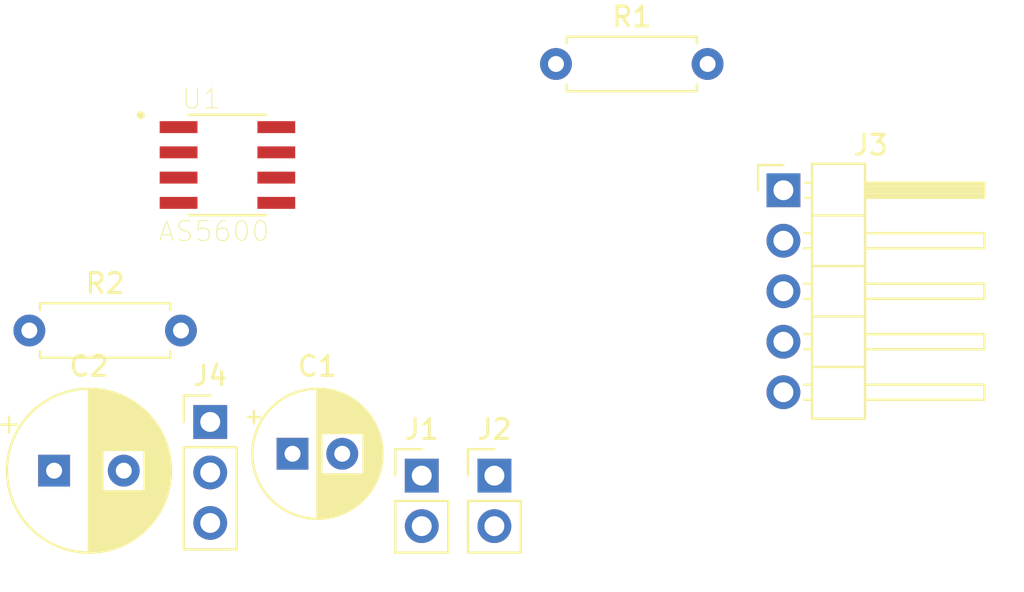
<source format=kicad_pcb>
(kicad_pcb (version 20171130) (host pcbnew "(5.0.2)-1")

  (general
    (thickness 1.6)
    (drawings 0)
    (tracks 0)
    (zones 0)
    (modules 9)
    (nets 9)
  )

  (page A4)
  (layers
    (0 F.Cu signal)
    (31 B.Cu signal)
    (32 B.Adhes user)
    (33 F.Adhes user)
    (34 B.Paste user)
    (35 F.Paste user)
    (36 B.SilkS user)
    (37 F.SilkS user)
    (38 B.Mask user)
    (39 F.Mask user)
    (40 Dwgs.User user)
    (41 Cmts.User user)
    (42 Eco1.User user)
    (43 Eco2.User user)
    (44 Edge.Cuts user)
    (45 Margin user)
    (46 B.CrtYd user)
    (47 F.CrtYd user)
    (48 B.Fab user)
    (49 F.Fab user)
  )

  (setup
    (last_trace_width 0.25)
    (trace_clearance 0.2)
    (zone_clearance 0.508)
    (zone_45_only no)
    (trace_min 0.2)
    (segment_width 0.2)
    (edge_width 0.15)
    (via_size 0.8)
    (via_drill 0.4)
    (via_min_size 0.4)
    (via_min_drill 0.3)
    (uvia_size 0.3)
    (uvia_drill 0.1)
    (uvias_allowed no)
    (uvia_min_size 0.2)
    (uvia_min_drill 0.1)
    (pcb_text_width 0.3)
    (pcb_text_size 1.5 1.5)
    (mod_edge_width 0.15)
    (mod_text_size 1 1)
    (mod_text_width 0.15)
    (pad_size 1.524 1.524)
    (pad_drill 0.762)
    (pad_to_mask_clearance 0.051)
    (solder_mask_min_width 0.25)
    (aux_axis_origin 0 0)
    (visible_elements 7FFFFFFF)
    (pcbplotparams
      (layerselection 0x010fc_ffffffff)
      (usegerberextensions false)
      (usegerberattributes false)
      (usegerberadvancedattributes false)
      (creategerberjobfile false)
      (excludeedgelayer true)
      (linewidth 0.100000)
      (plotframeref false)
      (viasonmask false)
      (mode 1)
      (useauxorigin false)
      (hpglpennumber 1)
      (hpglpenspeed 20)
      (hpglpendiameter 15.000000)
      (psnegative false)
      (psa4output false)
      (plotreference true)
      (plotvalue true)
      (plotinvisibletext false)
      (padsonsilk false)
      (subtractmaskfromsilk false)
      (outputformat 1)
      (mirror false)
      (drillshape 1)
      (scaleselection 1)
      (outputdirectory ""))
  )

  (net 0 "")
  (net 1 +5V)
  (net 2 GND)
  (net 3 "Net-(C2-Pad1)")
  (net 4 "Net-(J1-Pad1)")
  (net 5 SDA)
  (net 6 SCL)
  (net 7 OUT)
  (net 8 DIR)

  (net_class Default "This is the default net class."
    (clearance 0.2)
    (trace_width 0.25)
    (via_dia 0.8)
    (via_drill 0.4)
    (uvia_dia 0.3)
    (uvia_drill 0.1)
    (add_net +5V)
    (add_net DIR)
    (add_net GND)
    (add_net "Net-(C2-Pad1)")
    (add_net "Net-(J1-Pad1)")
    (add_net OUT)
    (add_net SCL)
    (add_net SDA)
  )

  (module SOIC127P600X175-8N:SOIC127P600X175-8N (layer F.Cu) (tedit 0) (tstamp 5D1095D7)
    (at 83.82 85.09)
    (path /5CF771DC)
    (attr smd)
    (fp_text reference U1 (at -1.31 -3.337) (layer F.SilkS)
      (effects (font (size 1 1) (thickness 0.05)))
    )
    (fp_text value AS5600 (at -0.675 3.337) (layer F.SilkS)
      (effects (font (size 1 1) (thickness 0.05)))
    )
    (fp_circle (center -4.355 -2.505) (end -4.255 -2.505) (layer F.SilkS) (width 0.2))
    (fp_circle (center -4.355 -2.505) (end -4.255 -2.505) (layer Eco2.User) (width 0.2))
    (fp_line (start -1.95 -2.45) (end 1.95 -2.45) (layer Eco2.User) (width 0.127))
    (fp_line (start -1.95 2.45) (end 1.95 2.45) (layer Eco2.User) (width 0.127))
    (fp_line (start -1.95 -2.525) (end 1.95 -2.525) (layer F.SilkS) (width 0.127))
    (fp_line (start -1.95 2.525) (end 1.95 2.525) (layer F.SilkS) (width 0.127))
    (fp_line (start -1.95 -2.45) (end -1.95 2.45) (layer Eco2.User) (width 0.127))
    (fp_line (start 1.95 -2.45) (end 1.95 2.45) (layer Eco2.User) (width 0.127))
    (fp_line (start -3.655 -2.7) (end 3.655 -2.7) (layer Eco1.User) (width 0.05))
    (fp_line (start -3.655 2.7) (end 3.655 2.7) (layer Eco1.User) (width 0.05))
    (fp_line (start -3.655 -2.7) (end -3.655 2.7) (layer Eco1.User) (width 0.05))
    (fp_line (start 3.655 -2.7) (end 3.655 2.7) (layer Eco1.User) (width 0.05))
    (pad 1 smd rect (at -2.455 -1.905) (size 1.9 0.6) (layers F.Cu F.Paste F.Mask)
      (net 1 +5V))
    (pad 2 smd rect (at -2.455 -0.635) (size 1.9 0.6) (layers F.Cu F.Paste F.Mask)
      (net 3 "Net-(C2-Pad1)"))
    (pad 3 smd rect (at -2.455 0.635) (size 1.9 0.6) (layers F.Cu F.Paste F.Mask)
      (net 7 OUT))
    (pad 4 smd rect (at -2.455 1.905) (size 1.9 0.6) (layers F.Cu F.Paste F.Mask)
      (net 2 GND))
    (pad 5 smd rect (at 2.455 1.905) (size 1.9 0.6) (layers F.Cu F.Paste F.Mask)
      (net 4 "Net-(J1-Pad1)"))
    (pad 6 smd rect (at 2.455 0.635) (size 1.9 0.6) (layers F.Cu F.Paste F.Mask)
      (net 5 SDA))
    (pad 7 smd rect (at 2.455 -0.635) (size 1.9 0.6) (layers F.Cu F.Paste F.Mask)
      (net 6 SCL))
    (pad 8 smd rect (at 2.455 -1.905) (size 1.9 0.6) (layers F.Cu F.Paste F.Mask)
      (net 8 DIR))
  )

  (module Capacitor_THT:CP_Radial_D6.3mm_P2.50mm (layer F.Cu) (tedit 5AE50EF0) (tstamp 5D04163E)
    (at 87.090242 99.615001)
    (descr "CP, Radial series, Radial, pin pitch=2.50mm, , diameter=6.3mm, Electrolytic Capacitor")
    (tags "CP Radial series Radial pin pitch 2.50mm  diameter 6.3mm Electrolytic Capacitor")
    (path /5CF7799C)
    (fp_text reference C1 (at 1.25 -4.4) (layer F.SilkS)
      (effects (font (size 1 1) (thickness 0.15)))
    )
    (fp_text value 100nF (at 1.25 4.4) (layer F.Fab)
      (effects (font (size 1 1) (thickness 0.15)))
    )
    (fp_circle (center 1.25 0) (end 4.4 0) (layer F.Fab) (width 0.1))
    (fp_circle (center 1.25 0) (end 4.52 0) (layer F.SilkS) (width 0.12))
    (fp_circle (center 1.25 0) (end 4.65 0) (layer F.CrtYd) (width 0.05))
    (fp_line (start -1.443972 -1.3735) (end -0.813972 -1.3735) (layer F.Fab) (width 0.1))
    (fp_line (start -1.128972 -1.6885) (end -1.128972 -1.0585) (layer F.Fab) (width 0.1))
    (fp_line (start 1.25 -3.23) (end 1.25 3.23) (layer F.SilkS) (width 0.12))
    (fp_line (start 1.29 -3.23) (end 1.29 3.23) (layer F.SilkS) (width 0.12))
    (fp_line (start 1.33 -3.23) (end 1.33 3.23) (layer F.SilkS) (width 0.12))
    (fp_line (start 1.37 -3.228) (end 1.37 3.228) (layer F.SilkS) (width 0.12))
    (fp_line (start 1.41 -3.227) (end 1.41 3.227) (layer F.SilkS) (width 0.12))
    (fp_line (start 1.45 -3.224) (end 1.45 3.224) (layer F.SilkS) (width 0.12))
    (fp_line (start 1.49 -3.222) (end 1.49 -1.04) (layer F.SilkS) (width 0.12))
    (fp_line (start 1.49 1.04) (end 1.49 3.222) (layer F.SilkS) (width 0.12))
    (fp_line (start 1.53 -3.218) (end 1.53 -1.04) (layer F.SilkS) (width 0.12))
    (fp_line (start 1.53 1.04) (end 1.53 3.218) (layer F.SilkS) (width 0.12))
    (fp_line (start 1.57 -3.215) (end 1.57 -1.04) (layer F.SilkS) (width 0.12))
    (fp_line (start 1.57 1.04) (end 1.57 3.215) (layer F.SilkS) (width 0.12))
    (fp_line (start 1.61 -3.211) (end 1.61 -1.04) (layer F.SilkS) (width 0.12))
    (fp_line (start 1.61 1.04) (end 1.61 3.211) (layer F.SilkS) (width 0.12))
    (fp_line (start 1.65 -3.206) (end 1.65 -1.04) (layer F.SilkS) (width 0.12))
    (fp_line (start 1.65 1.04) (end 1.65 3.206) (layer F.SilkS) (width 0.12))
    (fp_line (start 1.69 -3.201) (end 1.69 -1.04) (layer F.SilkS) (width 0.12))
    (fp_line (start 1.69 1.04) (end 1.69 3.201) (layer F.SilkS) (width 0.12))
    (fp_line (start 1.73 -3.195) (end 1.73 -1.04) (layer F.SilkS) (width 0.12))
    (fp_line (start 1.73 1.04) (end 1.73 3.195) (layer F.SilkS) (width 0.12))
    (fp_line (start 1.77 -3.189) (end 1.77 -1.04) (layer F.SilkS) (width 0.12))
    (fp_line (start 1.77 1.04) (end 1.77 3.189) (layer F.SilkS) (width 0.12))
    (fp_line (start 1.81 -3.182) (end 1.81 -1.04) (layer F.SilkS) (width 0.12))
    (fp_line (start 1.81 1.04) (end 1.81 3.182) (layer F.SilkS) (width 0.12))
    (fp_line (start 1.85 -3.175) (end 1.85 -1.04) (layer F.SilkS) (width 0.12))
    (fp_line (start 1.85 1.04) (end 1.85 3.175) (layer F.SilkS) (width 0.12))
    (fp_line (start 1.89 -3.167) (end 1.89 -1.04) (layer F.SilkS) (width 0.12))
    (fp_line (start 1.89 1.04) (end 1.89 3.167) (layer F.SilkS) (width 0.12))
    (fp_line (start 1.93 -3.159) (end 1.93 -1.04) (layer F.SilkS) (width 0.12))
    (fp_line (start 1.93 1.04) (end 1.93 3.159) (layer F.SilkS) (width 0.12))
    (fp_line (start 1.971 -3.15) (end 1.971 -1.04) (layer F.SilkS) (width 0.12))
    (fp_line (start 1.971 1.04) (end 1.971 3.15) (layer F.SilkS) (width 0.12))
    (fp_line (start 2.011 -3.141) (end 2.011 -1.04) (layer F.SilkS) (width 0.12))
    (fp_line (start 2.011 1.04) (end 2.011 3.141) (layer F.SilkS) (width 0.12))
    (fp_line (start 2.051 -3.131) (end 2.051 -1.04) (layer F.SilkS) (width 0.12))
    (fp_line (start 2.051 1.04) (end 2.051 3.131) (layer F.SilkS) (width 0.12))
    (fp_line (start 2.091 -3.121) (end 2.091 -1.04) (layer F.SilkS) (width 0.12))
    (fp_line (start 2.091 1.04) (end 2.091 3.121) (layer F.SilkS) (width 0.12))
    (fp_line (start 2.131 -3.11) (end 2.131 -1.04) (layer F.SilkS) (width 0.12))
    (fp_line (start 2.131 1.04) (end 2.131 3.11) (layer F.SilkS) (width 0.12))
    (fp_line (start 2.171 -3.098) (end 2.171 -1.04) (layer F.SilkS) (width 0.12))
    (fp_line (start 2.171 1.04) (end 2.171 3.098) (layer F.SilkS) (width 0.12))
    (fp_line (start 2.211 -3.086) (end 2.211 -1.04) (layer F.SilkS) (width 0.12))
    (fp_line (start 2.211 1.04) (end 2.211 3.086) (layer F.SilkS) (width 0.12))
    (fp_line (start 2.251 -3.074) (end 2.251 -1.04) (layer F.SilkS) (width 0.12))
    (fp_line (start 2.251 1.04) (end 2.251 3.074) (layer F.SilkS) (width 0.12))
    (fp_line (start 2.291 -3.061) (end 2.291 -1.04) (layer F.SilkS) (width 0.12))
    (fp_line (start 2.291 1.04) (end 2.291 3.061) (layer F.SilkS) (width 0.12))
    (fp_line (start 2.331 -3.047) (end 2.331 -1.04) (layer F.SilkS) (width 0.12))
    (fp_line (start 2.331 1.04) (end 2.331 3.047) (layer F.SilkS) (width 0.12))
    (fp_line (start 2.371 -3.033) (end 2.371 -1.04) (layer F.SilkS) (width 0.12))
    (fp_line (start 2.371 1.04) (end 2.371 3.033) (layer F.SilkS) (width 0.12))
    (fp_line (start 2.411 -3.018) (end 2.411 -1.04) (layer F.SilkS) (width 0.12))
    (fp_line (start 2.411 1.04) (end 2.411 3.018) (layer F.SilkS) (width 0.12))
    (fp_line (start 2.451 -3.002) (end 2.451 -1.04) (layer F.SilkS) (width 0.12))
    (fp_line (start 2.451 1.04) (end 2.451 3.002) (layer F.SilkS) (width 0.12))
    (fp_line (start 2.491 -2.986) (end 2.491 -1.04) (layer F.SilkS) (width 0.12))
    (fp_line (start 2.491 1.04) (end 2.491 2.986) (layer F.SilkS) (width 0.12))
    (fp_line (start 2.531 -2.97) (end 2.531 -1.04) (layer F.SilkS) (width 0.12))
    (fp_line (start 2.531 1.04) (end 2.531 2.97) (layer F.SilkS) (width 0.12))
    (fp_line (start 2.571 -2.952) (end 2.571 -1.04) (layer F.SilkS) (width 0.12))
    (fp_line (start 2.571 1.04) (end 2.571 2.952) (layer F.SilkS) (width 0.12))
    (fp_line (start 2.611 -2.934) (end 2.611 -1.04) (layer F.SilkS) (width 0.12))
    (fp_line (start 2.611 1.04) (end 2.611 2.934) (layer F.SilkS) (width 0.12))
    (fp_line (start 2.651 -2.916) (end 2.651 -1.04) (layer F.SilkS) (width 0.12))
    (fp_line (start 2.651 1.04) (end 2.651 2.916) (layer F.SilkS) (width 0.12))
    (fp_line (start 2.691 -2.896) (end 2.691 -1.04) (layer F.SilkS) (width 0.12))
    (fp_line (start 2.691 1.04) (end 2.691 2.896) (layer F.SilkS) (width 0.12))
    (fp_line (start 2.731 -2.876) (end 2.731 -1.04) (layer F.SilkS) (width 0.12))
    (fp_line (start 2.731 1.04) (end 2.731 2.876) (layer F.SilkS) (width 0.12))
    (fp_line (start 2.771 -2.856) (end 2.771 -1.04) (layer F.SilkS) (width 0.12))
    (fp_line (start 2.771 1.04) (end 2.771 2.856) (layer F.SilkS) (width 0.12))
    (fp_line (start 2.811 -2.834) (end 2.811 -1.04) (layer F.SilkS) (width 0.12))
    (fp_line (start 2.811 1.04) (end 2.811 2.834) (layer F.SilkS) (width 0.12))
    (fp_line (start 2.851 -2.812) (end 2.851 -1.04) (layer F.SilkS) (width 0.12))
    (fp_line (start 2.851 1.04) (end 2.851 2.812) (layer F.SilkS) (width 0.12))
    (fp_line (start 2.891 -2.79) (end 2.891 -1.04) (layer F.SilkS) (width 0.12))
    (fp_line (start 2.891 1.04) (end 2.891 2.79) (layer F.SilkS) (width 0.12))
    (fp_line (start 2.931 -2.766) (end 2.931 -1.04) (layer F.SilkS) (width 0.12))
    (fp_line (start 2.931 1.04) (end 2.931 2.766) (layer F.SilkS) (width 0.12))
    (fp_line (start 2.971 -2.742) (end 2.971 -1.04) (layer F.SilkS) (width 0.12))
    (fp_line (start 2.971 1.04) (end 2.971 2.742) (layer F.SilkS) (width 0.12))
    (fp_line (start 3.011 -2.716) (end 3.011 -1.04) (layer F.SilkS) (width 0.12))
    (fp_line (start 3.011 1.04) (end 3.011 2.716) (layer F.SilkS) (width 0.12))
    (fp_line (start 3.051 -2.69) (end 3.051 -1.04) (layer F.SilkS) (width 0.12))
    (fp_line (start 3.051 1.04) (end 3.051 2.69) (layer F.SilkS) (width 0.12))
    (fp_line (start 3.091 -2.664) (end 3.091 -1.04) (layer F.SilkS) (width 0.12))
    (fp_line (start 3.091 1.04) (end 3.091 2.664) (layer F.SilkS) (width 0.12))
    (fp_line (start 3.131 -2.636) (end 3.131 -1.04) (layer F.SilkS) (width 0.12))
    (fp_line (start 3.131 1.04) (end 3.131 2.636) (layer F.SilkS) (width 0.12))
    (fp_line (start 3.171 -2.607) (end 3.171 -1.04) (layer F.SilkS) (width 0.12))
    (fp_line (start 3.171 1.04) (end 3.171 2.607) (layer F.SilkS) (width 0.12))
    (fp_line (start 3.211 -2.578) (end 3.211 -1.04) (layer F.SilkS) (width 0.12))
    (fp_line (start 3.211 1.04) (end 3.211 2.578) (layer F.SilkS) (width 0.12))
    (fp_line (start 3.251 -2.548) (end 3.251 -1.04) (layer F.SilkS) (width 0.12))
    (fp_line (start 3.251 1.04) (end 3.251 2.548) (layer F.SilkS) (width 0.12))
    (fp_line (start 3.291 -2.516) (end 3.291 -1.04) (layer F.SilkS) (width 0.12))
    (fp_line (start 3.291 1.04) (end 3.291 2.516) (layer F.SilkS) (width 0.12))
    (fp_line (start 3.331 -2.484) (end 3.331 -1.04) (layer F.SilkS) (width 0.12))
    (fp_line (start 3.331 1.04) (end 3.331 2.484) (layer F.SilkS) (width 0.12))
    (fp_line (start 3.371 -2.45) (end 3.371 -1.04) (layer F.SilkS) (width 0.12))
    (fp_line (start 3.371 1.04) (end 3.371 2.45) (layer F.SilkS) (width 0.12))
    (fp_line (start 3.411 -2.416) (end 3.411 -1.04) (layer F.SilkS) (width 0.12))
    (fp_line (start 3.411 1.04) (end 3.411 2.416) (layer F.SilkS) (width 0.12))
    (fp_line (start 3.451 -2.38) (end 3.451 -1.04) (layer F.SilkS) (width 0.12))
    (fp_line (start 3.451 1.04) (end 3.451 2.38) (layer F.SilkS) (width 0.12))
    (fp_line (start 3.491 -2.343) (end 3.491 -1.04) (layer F.SilkS) (width 0.12))
    (fp_line (start 3.491 1.04) (end 3.491 2.343) (layer F.SilkS) (width 0.12))
    (fp_line (start 3.531 -2.305) (end 3.531 -1.04) (layer F.SilkS) (width 0.12))
    (fp_line (start 3.531 1.04) (end 3.531 2.305) (layer F.SilkS) (width 0.12))
    (fp_line (start 3.571 -2.265) (end 3.571 2.265) (layer F.SilkS) (width 0.12))
    (fp_line (start 3.611 -2.224) (end 3.611 2.224) (layer F.SilkS) (width 0.12))
    (fp_line (start 3.651 -2.182) (end 3.651 2.182) (layer F.SilkS) (width 0.12))
    (fp_line (start 3.691 -2.137) (end 3.691 2.137) (layer F.SilkS) (width 0.12))
    (fp_line (start 3.731 -2.092) (end 3.731 2.092) (layer F.SilkS) (width 0.12))
    (fp_line (start 3.771 -2.044) (end 3.771 2.044) (layer F.SilkS) (width 0.12))
    (fp_line (start 3.811 -1.995) (end 3.811 1.995) (layer F.SilkS) (width 0.12))
    (fp_line (start 3.851 -1.944) (end 3.851 1.944) (layer F.SilkS) (width 0.12))
    (fp_line (start 3.891 -1.89) (end 3.891 1.89) (layer F.SilkS) (width 0.12))
    (fp_line (start 3.931 -1.834) (end 3.931 1.834) (layer F.SilkS) (width 0.12))
    (fp_line (start 3.971 -1.776) (end 3.971 1.776) (layer F.SilkS) (width 0.12))
    (fp_line (start 4.011 -1.714) (end 4.011 1.714) (layer F.SilkS) (width 0.12))
    (fp_line (start 4.051 -1.65) (end 4.051 1.65) (layer F.SilkS) (width 0.12))
    (fp_line (start 4.091 -1.581) (end 4.091 1.581) (layer F.SilkS) (width 0.12))
    (fp_line (start 4.131 -1.509) (end 4.131 1.509) (layer F.SilkS) (width 0.12))
    (fp_line (start 4.171 -1.432) (end 4.171 1.432) (layer F.SilkS) (width 0.12))
    (fp_line (start 4.211 -1.35) (end 4.211 1.35) (layer F.SilkS) (width 0.12))
    (fp_line (start 4.251 -1.262) (end 4.251 1.262) (layer F.SilkS) (width 0.12))
    (fp_line (start 4.291 -1.165) (end 4.291 1.165) (layer F.SilkS) (width 0.12))
    (fp_line (start 4.331 -1.059) (end 4.331 1.059) (layer F.SilkS) (width 0.12))
    (fp_line (start 4.371 -0.94) (end 4.371 0.94) (layer F.SilkS) (width 0.12))
    (fp_line (start 4.411 -0.802) (end 4.411 0.802) (layer F.SilkS) (width 0.12))
    (fp_line (start 4.451 -0.633) (end 4.451 0.633) (layer F.SilkS) (width 0.12))
    (fp_line (start 4.491 -0.402) (end 4.491 0.402) (layer F.SilkS) (width 0.12))
    (fp_line (start -2.250241 -1.839) (end -1.620241 -1.839) (layer F.SilkS) (width 0.12))
    (fp_line (start -1.935241 -2.154) (end -1.935241 -1.524) (layer F.SilkS) (width 0.12))
    (fp_text user %R (at 1.25 0) (layer F.Fab)
      (effects (font (size 1 1) (thickness 0.15)))
    )
    (pad 1 thru_hole rect (at 0 0) (size 1.6 1.6) (drill 0.8) (layers *.Cu *.Mask)
      (net 1 +5V))
    (pad 2 thru_hole circle (at 2.5 0) (size 1.6 1.6) (drill 0.8) (layers *.Cu *.Mask)
      (net 2 GND))
    (model ${KISYS3DMOD}/Capacitor_THT.3dshapes/CP_Radial_D6.3mm_P2.50mm.wrl
      (at (xyz 0 0 0))
      (scale (xyz 1 1 1))
      (rotate (xyz 0 0 0))
    )
  )

  (module Capacitor_THT:CP_Radial_D8.0mm_P3.50mm (layer F.Cu) (tedit 5AE50EF0) (tstamp 5D041A5B)
    (at 75.109699 100.465001)
    (descr "CP, Radial series, Radial, pin pitch=3.50mm, , diameter=8mm, Electrolytic Capacitor")
    (tags "CP Radial series Radial pin pitch 3.50mm  diameter 8mm Electrolytic Capacitor")
    (path /5CF77A7D)
    (fp_text reference C2 (at 1.75 -5.25) (layer F.SilkS)
      (effects (font (size 1 1) (thickness 0.15)))
    )
    (fp_text value 1uF (at 1.75 5.25) (layer F.Fab)
      (effects (font (size 1 1) (thickness 0.15)))
    )
    (fp_circle (center 1.75 0) (end 5.75 0) (layer F.Fab) (width 0.1))
    (fp_circle (center 1.75 0) (end 5.87 0) (layer F.SilkS) (width 0.12))
    (fp_circle (center 1.75 0) (end 6 0) (layer F.CrtYd) (width 0.05))
    (fp_line (start -1.676759 -1.7475) (end -0.876759 -1.7475) (layer F.Fab) (width 0.1))
    (fp_line (start -1.276759 -2.1475) (end -1.276759 -1.3475) (layer F.Fab) (width 0.1))
    (fp_line (start 1.75 -4.08) (end 1.75 4.08) (layer F.SilkS) (width 0.12))
    (fp_line (start 1.79 -4.08) (end 1.79 4.08) (layer F.SilkS) (width 0.12))
    (fp_line (start 1.83 -4.08) (end 1.83 4.08) (layer F.SilkS) (width 0.12))
    (fp_line (start 1.87 -4.079) (end 1.87 4.079) (layer F.SilkS) (width 0.12))
    (fp_line (start 1.91 -4.077) (end 1.91 4.077) (layer F.SilkS) (width 0.12))
    (fp_line (start 1.95 -4.076) (end 1.95 4.076) (layer F.SilkS) (width 0.12))
    (fp_line (start 1.99 -4.074) (end 1.99 4.074) (layer F.SilkS) (width 0.12))
    (fp_line (start 2.03 -4.071) (end 2.03 4.071) (layer F.SilkS) (width 0.12))
    (fp_line (start 2.07 -4.068) (end 2.07 4.068) (layer F.SilkS) (width 0.12))
    (fp_line (start 2.11 -4.065) (end 2.11 4.065) (layer F.SilkS) (width 0.12))
    (fp_line (start 2.15 -4.061) (end 2.15 4.061) (layer F.SilkS) (width 0.12))
    (fp_line (start 2.19 -4.057) (end 2.19 4.057) (layer F.SilkS) (width 0.12))
    (fp_line (start 2.23 -4.052) (end 2.23 4.052) (layer F.SilkS) (width 0.12))
    (fp_line (start 2.27 -4.048) (end 2.27 4.048) (layer F.SilkS) (width 0.12))
    (fp_line (start 2.31 -4.042) (end 2.31 4.042) (layer F.SilkS) (width 0.12))
    (fp_line (start 2.35 -4.037) (end 2.35 4.037) (layer F.SilkS) (width 0.12))
    (fp_line (start 2.39 -4.03) (end 2.39 4.03) (layer F.SilkS) (width 0.12))
    (fp_line (start 2.43 -4.024) (end 2.43 4.024) (layer F.SilkS) (width 0.12))
    (fp_line (start 2.471 -4.017) (end 2.471 -1.04) (layer F.SilkS) (width 0.12))
    (fp_line (start 2.471 1.04) (end 2.471 4.017) (layer F.SilkS) (width 0.12))
    (fp_line (start 2.511 -4.01) (end 2.511 -1.04) (layer F.SilkS) (width 0.12))
    (fp_line (start 2.511 1.04) (end 2.511 4.01) (layer F.SilkS) (width 0.12))
    (fp_line (start 2.551 -4.002) (end 2.551 -1.04) (layer F.SilkS) (width 0.12))
    (fp_line (start 2.551 1.04) (end 2.551 4.002) (layer F.SilkS) (width 0.12))
    (fp_line (start 2.591 -3.994) (end 2.591 -1.04) (layer F.SilkS) (width 0.12))
    (fp_line (start 2.591 1.04) (end 2.591 3.994) (layer F.SilkS) (width 0.12))
    (fp_line (start 2.631 -3.985) (end 2.631 -1.04) (layer F.SilkS) (width 0.12))
    (fp_line (start 2.631 1.04) (end 2.631 3.985) (layer F.SilkS) (width 0.12))
    (fp_line (start 2.671 -3.976) (end 2.671 -1.04) (layer F.SilkS) (width 0.12))
    (fp_line (start 2.671 1.04) (end 2.671 3.976) (layer F.SilkS) (width 0.12))
    (fp_line (start 2.711 -3.967) (end 2.711 -1.04) (layer F.SilkS) (width 0.12))
    (fp_line (start 2.711 1.04) (end 2.711 3.967) (layer F.SilkS) (width 0.12))
    (fp_line (start 2.751 -3.957) (end 2.751 -1.04) (layer F.SilkS) (width 0.12))
    (fp_line (start 2.751 1.04) (end 2.751 3.957) (layer F.SilkS) (width 0.12))
    (fp_line (start 2.791 -3.947) (end 2.791 -1.04) (layer F.SilkS) (width 0.12))
    (fp_line (start 2.791 1.04) (end 2.791 3.947) (layer F.SilkS) (width 0.12))
    (fp_line (start 2.831 -3.936) (end 2.831 -1.04) (layer F.SilkS) (width 0.12))
    (fp_line (start 2.831 1.04) (end 2.831 3.936) (layer F.SilkS) (width 0.12))
    (fp_line (start 2.871 -3.925) (end 2.871 -1.04) (layer F.SilkS) (width 0.12))
    (fp_line (start 2.871 1.04) (end 2.871 3.925) (layer F.SilkS) (width 0.12))
    (fp_line (start 2.911 -3.914) (end 2.911 -1.04) (layer F.SilkS) (width 0.12))
    (fp_line (start 2.911 1.04) (end 2.911 3.914) (layer F.SilkS) (width 0.12))
    (fp_line (start 2.951 -3.902) (end 2.951 -1.04) (layer F.SilkS) (width 0.12))
    (fp_line (start 2.951 1.04) (end 2.951 3.902) (layer F.SilkS) (width 0.12))
    (fp_line (start 2.991 -3.889) (end 2.991 -1.04) (layer F.SilkS) (width 0.12))
    (fp_line (start 2.991 1.04) (end 2.991 3.889) (layer F.SilkS) (width 0.12))
    (fp_line (start 3.031 -3.877) (end 3.031 -1.04) (layer F.SilkS) (width 0.12))
    (fp_line (start 3.031 1.04) (end 3.031 3.877) (layer F.SilkS) (width 0.12))
    (fp_line (start 3.071 -3.863) (end 3.071 -1.04) (layer F.SilkS) (width 0.12))
    (fp_line (start 3.071 1.04) (end 3.071 3.863) (layer F.SilkS) (width 0.12))
    (fp_line (start 3.111 -3.85) (end 3.111 -1.04) (layer F.SilkS) (width 0.12))
    (fp_line (start 3.111 1.04) (end 3.111 3.85) (layer F.SilkS) (width 0.12))
    (fp_line (start 3.151 -3.835) (end 3.151 -1.04) (layer F.SilkS) (width 0.12))
    (fp_line (start 3.151 1.04) (end 3.151 3.835) (layer F.SilkS) (width 0.12))
    (fp_line (start 3.191 -3.821) (end 3.191 -1.04) (layer F.SilkS) (width 0.12))
    (fp_line (start 3.191 1.04) (end 3.191 3.821) (layer F.SilkS) (width 0.12))
    (fp_line (start 3.231 -3.805) (end 3.231 -1.04) (layer F.SilkS) (width 0.12))
    (fp_line (start 3.231 1.04) (end 3.231 3.805) (layer F.SilkS) (width 0.12))
    (fp_line (start 3.271 -3.79) (end 3.271 -1.04) (layer F.SilkS) (width 0.12))
    (fp_line (start 3.271 1.04) (end 3.271 3.79) (layer F.SilkS) (width 0.12))
    (fp_line (start 3.311 -3.774) (end 3.311 -1.04) (layer F.SilkS) (width 0.12))
    (fp_line (start 3.311 1.04) (end 3.311 3.774) (layer F.SilkS) (width 0.12))
    (fp_line (start 3.351 -3.757) (end 3.351 -1.04) (layer F.SilkS) (width 0.12))
    (fp_line (start 3.351 1.04) (end 3.351 3.757) (layer F.SilkS) (width 0.12))
    (fp_line (start 3.391 -3.74) (end 3.391 -1.04) (layer F.SilkS) (width 0.12))
    (fp_line (start 3.391 1.04) (end 3.391 3.74) (layer F.SilkS) (width 0.12))
    (fp_line (start 3.431 -3.722) (end 3.431 -1.04) (layer F.SilkS) (width 0.12))
    (fp_line (start 3.431 1.04) (end 3.431 3.722) (layer F.SilkS) (width 0.12))
    (fp_line (start 3.471 -3.704) (end 3.471 -1.04) (layer F.SilkS) (width 0.12))
    (fp_line (start 3.471 1.04) (end 3.471 3.704) (layer F.SilkS) (width 0.12))
    (fp_line (start 3.511 -3.686) (end 3.511 -1.04) (layer F.SilkS) (width 0.12))
    (fp_line (start 3.511 1.04) (end 3.511 3.686) (layer F.SilkS) (width 0.12))
    (fp_line (start 3.551 -3.666) (end 3.551 -1.04) (layer F.SilkS) (width 0.12))
    (fp_line (start 3.551 1.04) (end 3.551 3.666) (layer F.SilkS) (width 0.12))
    (fp_line (start 3.591 -3.647) (end 3.591 -1.04) (layer F.SilkS) (width 0.12))
    (fp_line (start 3.591 1.04) (end 3.591 3.647) (layer F.SilkS) (width 0.12))
    (fp_line (start 3.631 -3.627) (end 3.631 -1.04) (layer F.SilkS) (width 0.12))
    (fp_line (start 3.631 1.04) (end 3.631 3.627) (layer F.SilkS) (width 0.12))
    (fp_line (start 3.671 -3.606) (end 3.671 -1.04) (layer F.SilkS) (width 0.12))
    (fp_line (start 3.671 1.04) (end 3.671 3.606) (layer F.SilkS) (width 0.12))
    (fp_line (start 3.711 -3.584) (end 3.711 -1.04) (layer F.SilkS) (width 0.12))
    (fp_line (start 3.711 1.04) (end 3.711 3.584) (layer F.SilkS) (width 0.12))
    (fp_line (start 3.751 -3.562) (end 3.751 -1.04) (layer F.SilkS) (width 0.12))
    (fp_line (start 3.751 1.04) (end 3.751 3.562) (layer F.SilkS) (width 0.12))
    (fp_line (start 3.791 -3.54) (end 3.791 -1.04) (layer F.SilkS) (width 0.12))
    (fp_line (start 3.791 1.04) (end 3.791 3.54) (layer F.SilkS) (width 0.12))
    (fp_line (start 3.831 -3.517) (end 3.831 -1.04) (layer F.SilkS) (width 0.12))
    (fp_line (start 3.831 1.04) (end 3.831 3.517) (layer F.SilkS) (width 0.12))
    (fp_line (start 3.871 -3.493) (end 3.871 -1.04) (layer F.SilkS) (width 0.12))
    (fp_line (start 3.871 1.04) (end 3.871 3.493) (layer F.SilkS) (width 0.12))
    (fp_line (start 3.911 -3.469) (end 3.911 -1.04) (layer F.SilkS) (width 0.12))
    (fp_line (start 3.911 1.04) (end 3.911 3.469) (layer F.SilkS) (width 0.12))
    (fp_line (start 3.951 -3.444) (end 3.951 -1.04) (layer F.SilkS) (width 0.12))
    (fp_line (start 3.951 1.04) (end 3.951 3.444) (layer F.SilkS) (width 0.12))
    (fp_line (start 3.991 -3.418) (end 3.991 -1.04) (layer F.SilkS) (width 0.12))
    (fp_line (start 3.991 1.04) (end 3.991 3.418) (layer F.SilkS) (width 0.12))
    (fp_line (start 4.031 -3.392) (end 4.031 -1.04) (layer F.SilkS) (width 0.12))
    (fp_line (start 4.031 1.04) (end 4.031 3.392) (layer F.SilkS) (width 0.12))
    (fp_line (start 4.071 -3.365) (end 4.071 -1.04) (layer F.SilkS) (width 0.12))
    (fp_line (start 4.071 1.04) (end 4.071 3.365) (layer F.SilkS) (width 0.12))
    (fp_line (start 4.111 -3.338) (end 4.111 -1.04) (layer F.SilkS) (width 0.12))
    (fp_line (start 4.111 1.04) (end 4.111 3.338) (layer F.SilkS) (width 0.12))
    (fp_line (start 4.151 -3.309) (end 4.151 -1.04) (layer F.SilkS) (width 0.12))
    (fp_line (start 4.151 1.04) (end 4.151 3.309) (layer F.SilkS) (width 0.12))
    (fp_line (start 4.191 -3.28) (end 4.191 -1.04) (layer F.SilkS) (width 0.12))
    (fp_line (start 4.191 1.04) (end 4.191 3.28) (layer F.SilkS) (width 0.12))
    (fp_line (start 4.231 -3.25) (end 4.231 -1.04) (layer F.SilkS) (width 0.12))
    (fp_line (start 4.231 1.04) (end 4.231 3.25) (layer F.SilkS) (width 0.12))
    (fp_line (start 4.271 -3.22) (end 4.271 -1.04) (layer F.SilkS) (width 0.12))
    (fp_line (start 4.271 1.04) (end 4.271 3.22) (layer F.SilkS) (width 0.12))
    (fp_line (start 4.311 -3.189) (end 4.311 -1.04) (layer F.SilkS) (width 0.12))
    (fp_line (start 4.311 1.04) (end 4.311 3.189) (layer F.SilkS) (width 0.12))
    (fp_line (start 4.351 -3.156) (end 4.351 -1.04) (layer F.SilkS) (width 0.12))
    (fp_line (start 4.351 1.04) (end 4.351 3.156) (layer F.SilkS) (width 0.12))
    (fp_line (start 4.391 -3.124) (end 4.391 -1.04) (layer F.SilkS) (width 0.12))
    (fp_line (start 4.391 1.04) (end 4.391 3.124) (layer F.SilkS) (width 0.12))
    (fp_line (start 4.431 -3.09) (end 4.431 -1.04) (layer F.SilkS) (width 0.12))
    (fp_line (start 4.431 1.04) (end 4.431 3.09) (layer F.SilkS) (width 0.12))
    (fp_line (start 4.471 -3.055) (end 4.471 -1.04) (layer F.SilkS) (width 0.12))
    (fp_line (start 4.471 1.04) (end 4.471 3.055) (layer F.SilkS) (width 0.12))
    (fp_line (start 4.511 -3.019) (end 4.511 -1.04) (layer F.SilkS) (width 0.12))
    (fp_line (start 4.511 1.04) (end 4.511 3.019) (layer F.SilkS) (width 0.12))
    (fp_line (start 4.551 -2.983) (end 4.551 2.983) (layer F.SilkS) (width 0.12))
    (fp_line (start 4.591 -2.945) (end 4.591 2.945) (layer F.SilkS) (width 0.12))
    (fp_line (start 4.631 -2.907) (end 4.631 2.907) (layer F.SilkS) (width 0.12))
    (fp_line (start 4.671 -2.867) (end 4.671 2.867) (layer F.SilkS) (width 0.12))
    (fp_line (start 4.711 -2.826) (end 4.711 2.826) (layer F.SilkS) (width 0.12))
    (fp_line (start 4.751 -2.784) (end 4.751 2.784) (layer F.SilkS) (width 0.12))
    (fp_line (start 4.791 -2.741) (end 4.791 2.741) (layer F.SilkS) (width 0.12))
    (fp_line (start 4.831 -2.697) (end 4.831 2.697) (layer F.SilkS) (width 0.12))
    (fp_line (start 4.871 -2.651) (end 4.871 2.651) (layer F.SilkS) (width 0.12))
    (fp_line (start 4.911 -2.604) (end 4.911 2.604) (layer F.SilkS) (width 0.12))
    (fp_line (start 4.951 -2.556) (end 4.951 2.556) (layer F.SilkS) (width 0.12))
    (fp_line (start 4.991 -2.505) (end 4.991 2.505) (layer F.SilkS) (width 0.12))
    (fp_line (start 5.031 -2.454) (end 5.031 2.454) (layer F.SilkS) (width 0.12))
    (fp_line (start 5.071 -2.4) (end 5.071 2.4) (layer F.SilkS) (width 0.12))
    (fp_line (start 5.111 -2.345) (end 5.111 2.345) (layer F.SilkS) (width 0.12))
    (fp_line (start 5.151 -2.287) (end 5.151 2.287) (layer F.SilkS) (width 0.12))
    (fp_line (start 5.191 -2.228) (end 5.191 2.228) (layer F.SilkS) (width 0.12))
    (fp_line (start 5.231 -2.166) (end 5.231 2.166) (layer F.SilkS) (width 0.12))
    (fp_line (start 5.271 -2.102) (end 5.271 2.102) (layer F.SilkS) (width 0.12))
    (fp_line (start 5.311 -2.034) (end 5.311 2.034) (layer F.SilkS) (width 0.12))
    (fp_line (start 5.351 -1.964) (end 5.351 1.964) (layer F.SilkS) (width 0.12))
    (fp_line (start 5.391 -1.89) (end 5.391 1.89) (layer F.SilkS) (width 0.12))
    (fp_line (start 5.431 -1.813) (end 5.431 1.813) (layer F.SilkS) (width 0.12))
    (fp_line (start 5.471 -1.731) (end 5.471 1.731) (layer F.SilkS) (width 0.12))
    (fp_line (start 5.511 -1.645) (end 5.511 1.645) (layer F.SilkS) (width 0.12))
    (fp_line (start 5.551 -1.552) (end 5.551 1.552) (layer F.SilkS) (width 0.12))
    (fp_line (start 5.591 -1.453) (end 5.591 1.453) (layer F.SilkS) (width 0.12))
    (fp_line (start 5.631 -1.346) (end 5.631 1.346) (layer F.SilkS) (width 0.12))
    (fp_line (start 5.671 -1.229) (end 5.671 1.229) (layer F.SilkS) (width 0.12))
    (fp_line (start 5.711 -1.098) (end 5.711 1.098) (layer F.SilkS) (width 0.12))
    (fp_line (start 5.751 -0.948) (end 5.751 0.948) (layer F.SilkS) (width 0.12))
    (fp_line (start 5.791 -0.768) (end 5.791 0.768) (layer F.SilkS) (width 0.12))
    (fp_line (start 5.831 -0.533) (end 5.831 0.533) (layer F.SilkS) (width 0.12))
    (fp_line (start -2.659698 -2.315) (end -1.859698 -2.315) (layer F.SilkS) (width 0.12))
    (fp_line (start -2.259698 -2.715) (end -2.259698 -1.915) (layer F.SilkS) (width 0.12))
    (fp_text user %R (at 1.75 0) (layer F.Fab)
      (effects (font (size 1 1) (thickness 0.15)))
    )
    (pad 1 thru_hole rect (at 0 0) (size 1.6 1.6) (drill 0.8) (layers *.Cu *.Mask)
      (net 3 "Net-(C2-Pad1)"))
    (pad 2 thru_hole circle (at 3.5 0) (size 1.6 1.6) (drill 0.8) (layers *.Cu *.Mask)
      (net 2 GND))
    (model ${KISYS3DMOD}/Capacitor_THT.3dshapes/CP_Radial_D8.0mm_P3.50mm.wrl
      (at (xyz 0 0 0))
      (scale (xyz 1 1 1))
      (rotate (xyz 0 0 0))
    )
  )

  (module Connector_PinHeader_2.54mm:PinHeader_1x02_P2.54mm_Vertical (layer F.Cu) (tedit 59FED5CC) (tstamp 5D041947)
    (at 93.585001 100.715001)
    (descr "Through hole straight pin header, 1x02, 2.54mm pitch, single row")
    (tags "Through hole pin header THT 1x02 2.54mm single row")
    (path /5CF78367)
    (fp_text reference J1 (at 0 -2.33) (layer F.SilkS)
      (effects (font (size 1 1) (thickness 0.15)))
    )
    (fp_text value Conn_01x02 (at 0 4.87) (layer F.Fab)
      (effects (font (size 1 1) (thickness 0.15)))
    )
    (fp_line (start -0.635 -1.27) (end 1.27 -1.27) (layer F.Fab) (width 0.1))
    (fp_line (start 1.27 -1.27) (end 1.27 3.81) (layer F.Fab) (width 0.1))
    (fp_line (start 1.27 3.81) (end -1.27 3.81) (layer F.Fab) (width 0.1))
    (fp_line (start -1.27 3.81) (end -1.27 -0.635) (layer F.Fab) (width 0.1))
    (fp_line (start -1.27 -0.635) (end -0.635 -1.27) (layer F.Fab) (width 0.1))
    (fp_line (start -1.33 3.87) (end 1.33 3.87) (layer F.SilkS) (width 0.12))
    (fp_line (start -1.33 1.27) (end -1.33 3.87) (layer F.SilkS) (width 0.12))
    (fp_line (start 1.33 1.27) (end 1.33 3.87) (layer F.SilkS) (width 0.12))
    (fp_line (start -1.33 1.27) (end 1.33 1.27) (layer F.SilkS) (width 0.12))
    (fp_line (start -1.33 0) (end -1.33 -1.33) (layer F.SilkS) (width 0.12))
    (fp_line (start -1.33 -1.33) (end 0 -1.33) (layer F.SilkS) (width 0.12))
    (fp_line (start -1.8 -1.8) (end -1.8 4.35) (layer F.CrtYd) (width 0.05))
    (fp_line (start -1.8 4.35) (end 1.8 4.35) (layer F.CrtYd) (width 0.05))
    (fp_line (start 1.8 4.35) (end 1.8 -1.8) (layer F.CrtYd) (width 0.05))
    (fp_line (start 1.8 -1.8) (end -1.8 -1.8) (layer F.CrtYd) (width 0.05))
    (fp_text user %R (at 0 1.27 90) (layer F.Fab)
      (effects (font (size 1 1) (thickness 0.15)))
    )
    (pad 1 thru_hole rect (at 0 0) (size 1.7 1.7) (drill 1) (layers *.Cu *.Mask)
      (net 4 "Net-(J1-Pad1)"))
    (pad 2 thru_hole oval (at 0 2.54) (size 1.7 1.7) (drill 1) (layers *.Cu *.Mask)
      (net 2 GND))
    (model ${KISYS3DMOD}/Connector_PinHeader_2.54mm.3dshapes/PinHeader_1x02_P2.54mm_Vertical.wrl
      (at (xyz 0 0 0))
      (scale (xyz 1 1 1))
      (rotate (xyz 0 0 0))
    )
  )

  (module Connector_PinHeader_2.54mm:PinHeader_1x02_P2.54mm_Vertical (layer F.Cu) (tedit 59FED5CC) (tstamp 5D0417BB)
    (at 97.235001 100.715001)
    (descr "Through hole straight pin header, 1x02, 2.54mm pitch, single row")
    (tags "Through hole pin header THT 1x02 2.54mm single row")
    (path /5CF7AFD7)
    (fp_text reference J2 (at 0 -2.33) (layer F.SilkS)
      (effects (font (size 1 1) (thickness 0.15)))
    )
    (fp_text value Conn_01x02 (at 0 4.87) (layer F.Fab)
      (effects (font (size 1 1) (thickness 0.15)))
    )
    (fp_text user %R (at 0 1.27 90) (layer F.Fab)
      (effects (font (size 1 1) (thickness 0.15)))
    )
    (fp_line (start 1.8 -1.8) (end -1.8 -1.8) (layer F.CrtYd) (width 0.05))
    (fp_line (start 1.8 4.35) (end 1.8 -1.8) (layer F.CrtYd) (width 0.05))
    (fp_line (start -1.8 4.35) (end 1.8 4.35) (layer F.CrtYd) (width 0.05))
    (fp_line (start -1.8 -1.8) (end -1.8 4.35) (layer F.CrtYd) (width 0.05))
    (fp_line (start -1.33 -1.33) (end 0 -1.33) (layer F.SilkS) (width 0.12))
    (fp_line (start -1.33 0) (end -1.33 -1.33) (layer F.SilkS) (width 0.12))
    (fp_line (start -1.33 1.27) (end 1.33 1.27) (layer F.SilkS) (width 0.12))
    (fp_line (start 1.33 1.27) (end 1.33 3.87) (layer F.SilkS) (width 0.12))
    (fp_line (start -1.33 1.27) (end -1.33 3.87) (layer F.SilkS) (width 0.12))
    (fp_line (start -1.33 3.87) (end 1.33 3.87) (layer F.SilkS) (width 0.12))
    (fp_line (start -1.27 -0.635) (end -0.635 -1.27) (layer F.Fab) (width 0.1))
    (fp_line (start -1.27 3.81) (end -1.27 -0.635) (layer F.Fab) (width 0.1))
    (fp_line (start 1.27 3.81) (end -1.27 3.81) (layer F.Fab) (width 0.1))
    (fp_line (start 1.27 -1.27) (end 1.27 3.81) (layer F.Fab) (width 0.1))
    (fp_line (start -0.635 -1.27) (end 1.27 -1.27) (layer F.Fab) (width 0.1))
    (pad 2 thru_hole oval (at 0 2.54) (size 1.7 1.7) (drill 1) (layers *.Cu *.Mask)
      (net 1 +5V))
    (pad 1 thru_hole rect (at 0 0) (size 1.7 1.7) (drill 1) (layers *.Cu *.Mask)
      (net 3 "Net-(C2-Pad1)"))
    (model ${KISYS3DMOD}/Connector_PinHeader_2.54mm.3dshapes/PinHeader_1x02_P2.54mm_Vertical.wrl
      (at (xyz 0 0 0))
      (scale (xyz 1 1 1))
      (rotate (xyz 0 0 0))
    )
  )

  (module Connector_PinHeader_2.54mm:PinHeader_1x05_P2.54mm_Horizontal (layer F.Cu) (tedit 59FED5CB) (tstamp 5D041880)
    (at 111.76 86.36)
    (descr "Through hole angled pin header, 1x05, 2.54mm pitch, 6mm pin length, single row")
    (tags "Through hole angled pin header THT 1x05 2.54mm single row")
    (path /5CF784F9)
    (fp_text reference J3 (at 4.385 -2.27) (layer F.SilkS)
      (effects (font (size 1 1) (thickness 0.15)))
    )
    (fp_text value Conn_01x05_Female (at 4.385 12.43) (layer F.Fab)
      (effects (font (size 1 1) (thickness 0.15)))
    )
    (fp_line (start 2.135 -1.27) (end 4.04 -1.27) (layer F.Fab) (width 0.1))
    (fp_line (start 4.04 -1.27) (end 4.04 11.43) (layer F.Fab) (width 0.1))
    (fp_line (start 4.04 11.43) (end 1.5 11.43) (layer F.Fab) (width 0.1))
    (fp_line (start 1.5 11.43) (end 1.5 -0.635) (layer F.Fab) (width 0.1))
    (fp_line (start 1.5 -0.635) (end 2.135 -1.27) (layer F.Fab) (width 0.1))
    (fp_line (start -0.32 -0.32) (end 1.5 -0.32) (layer F.Fab) (width 0.1))
    (fp_line (start -0.32 -0.32) (end -0.32 0.32) (layer F.Fab) (width 0.1))
    (fp_line (start -0.32 0.32) (end 1.5 0.32) (layer F.Fab) (width 0.1))
    (fp_line (start 4.04 -0.32) (end 10.04 -0.32) (layer F.Fab) (width 0.1))
    (fp_line (start 10.04 -0.32) (end 10.04 0.32) (layer F.Fab) (width 0.1))
    (fp_line (start 4.04 0.32) (end 10.04 0.32) (layer F.Fab) (width 0.1))
    (fp_line (start -0.32 2.22) (end 1.5 2.22) (layer F.Fab) (width 0.1))
    (fp_line (start -0.32 2.22) (end -0.32 2.86) (layer F.Fab) (width 0.1))
    (fp_line (start -0.32 2.86) (end 1.5 2.86) (layer F.Fab) (width 0.1))
    (fp_line (start 4.04 2.22) (end 10.04 2.22) (layer F.Fab) (width 0.1))
    (fp_line (start 10.04 2.22) (end 10.04 2.86) (layer F.Fab) (width 0.1))
    (fp_line (start 4.04 2.86) (end 10.04 2.86) (layer F.Fab) (width 0.1))
    (fp_line (start -0.32 4.76) (end 1.5 4.76) (layer F.Fab) (width 0.1))
    (fp_line (start -0.32 4.76) (end -0.32 5.4) (layer F.Fab) (width 0.1))
    (fp_line (start -0.32 5.4) (end 1.5 5.4) (layer F.Fab) (width 0.1))
    (fp_line (start 4.04 4.76) (end 10.04 4.76) (layer F.Fab) (width 0.1))
    (fp_line (start 10.04 4.76) (end 10.04 5.4) (layer F.Fab) (width 0.1))
    (fp_line (start 4.04 5.4) (end 10.04 5.4) (layer F.Fab) (width 0.1))
    (fp_line (start -0.32 7.3) (end 1.5 7.3) (layer F.Fab) (width 0.1))
    (fp_line (start -0.32 7.3) (end -0.32 7.94) (layer F.Fab) (width 0.1))
    (fp_line (start -0.32 7.94) (end 1.5 7.94) (layer F.Fab) (width 0.1))
    (fp_line (start 4.04 7.3) (end 10.04 7.3) (layer F.Fab) (width 0.1))
    (fp_line (start 10.04 7.3) (end 10.04 7.94) (layer F.Fab) (width 0.1))
    (fp_line (start 4.04 7.94) (end 10.04 7.94) (layer F.Fab) (width 0.1))
    (fp_line (start -0.32 9.84) (end 1.5 9.84) (layer F.Fab) (width 0.1))
    (fp_line (start -0.32 9.84) (end -0.32 10.48) (layer F.Fab) (width 0.1))
    (fp_line (start -0.32 10.48) (end 1.5 10.48) (layer F.Fab) (width 0.1))
    (fp_line (start 4.04 9.84) (end 10.04 9.84) (layer F.Fab) (width 0.1))
    (fp_line (start 10.04 9.84) (end 10.04 10.48) (layer F.Fab) (width 0.1))
    (fp_line (start 4.04 10.48) (end 10.04 10.48) (layer F.Fab) (width 0.1))
    (fp_line (start 1.44 -1.33) (end 1.44 11.49) (layer F.SilkS) (width 0.12))
    (fp_line (start 1.44 11.49) (end 4.1 11.49) (layer F.SilkS) (width 0.12))
    (fp_line (start 4.1 11.49) (end 4.1 -1.33) (layer F.SilkS) (width 0.12))
    (fp_line (start 4.1 -1.33) (end 1.44 -1.33) (layer F.SilkS) (width 0.12))
    (fp_line (start 4.1 -0.38) (end 10.1 -0.38) (layer F.SilkS) (width 0.12))
    (fp_line (start 10.1 -0.38) (end 10.1 0.38) (layer F.SilkS) (width 0.12))
    (fp_line (start 10.1 0.38) (end 4.1 0.38) (layer F.SilkS) (width 0.12))
    (fp_line (start 4.1 -0.32) (end 10.1 -0.32) (layer F.SilkS) (width 0.12))
    (fp_line (start 4.1 -0.2) (end 10.1 -0.2) (layer F.SilkS) (width 0.12))
    (fp_line (start 4.1 -0.08) (end 10.1 -0.08) (layer F.SilkS) (width 0.12))
    (fp_line (start 4.1 0.04) (end 10.1 0.04) (layer F.SilkS) (width 0.12))
    (fp_line (start 4.1 0.16) (end 10.1 0.16) (layer F.SilkS) (width 0.12))
    (fp_line (start 4.1 0.28) (end 10.1 0.28) (layer F.SilkS) (width 0.12))
    (fp_line (start 1.11 -0.38) (end 1.44 -0.38) (layer F.SilkS) (width 0.12))
    (fp_line (start 1.11 0.38) (end 1.44 0.38) (layer F.SilkS) (width 0.12))
    (fp_line (start 1.44 1.27) (end 4.1 1.27) (layer F.SilkS) (width 0.12))
    (fp_line (start 4.1 2.16) (end 10.1 2.16) (layer F.SilkS) (width 0.12))
    (fp_line (start 10.1 2.16) (end 10.1 2.92) (layer F.SilkS) (width 0.12))
    (fp_line (start 10.1 2.92) (end 4.1 2.92) (layer F.SilkS) (width 0.12))
    (fp_line (start 1.042929 2.16) (end 1.44 2.16) (layer F.SilkS) (width 0.12))
    (fp_line (start 1.042929 2.92) (end 1.44 2.92) (layer F.SilkS) (width 0.12))
    (fp_line (start 1.44 3.81) (end 4.1 3.81) (layer F.SilkS) (width 0.12))
    (fp_line (start 4.1 4.7) (end 10.1 4.7) (layer F.SilkS) (width 0.12))
    (fp_line (start 10.1 4.7) (end 10.1 5.46) (layer F.SilkS) (width 0.12))
    (fp_line (start 10.1 5.46) (end 4.1 5.46) (layer F.SilkS) (width 0.12))
    (fp_line (start 1.042929 4.7) (end 1.44 4.7) (layer F.SilkS) (width 0.12))
    (fp_line (start 1.042929 5.46) (end 1.44 5.46) (layer F.SilkS) (width 0.12))
    (fp_line (start 1.44 6.35) (end 4.1 6.35) (layer F.SilkS) (width 0.12))
    (fp_line (start 4.1 7.24) (end 10.1 7.24) (layer F.SilkS) (width 0.12))
    (fp_line (start 10.1 7.24) (end 10.1 8) (layer F.SilkS) (width 0.12))
    (fp_line (start 10.1 8) (end 4.1 8) (layer F.SilkS) (width 0.12))
    (fp_line (start 1.042929 7.24) (end 1.44 7.24) (layer F.SilkS) (width 0.12))
    (fp_line (start 1.042929 8) (end 1.44 8) (layer F.SilkS) (width 0.12))
    (fp_line (start 1.44 8.89) (end 4.1 8.89) (layer F.SilkS) (width 0.12))
    (fp_line (start 4.1 9.78) (end 10.1 9.78) (layer F.SilkS) (width 0.12))
    (fp_line (start 10.1 9.78) (end 10.1 10.54) (layer F.SilkS) (width 0.12))
    (fp_line (start 10.1 10.54) (end 4.1 10.54) (layer F.SilkS) (width 0.12))
    (fp_line (start 1.042929 9.78) (end 1.44 9.78) (layer F.SilkS) (width 0.12))
    (fp_line (start 1.042929 10.54) (end 1.44 10.54) (layer F.SilkS) (width 0.12))
    (fp_line (start -1.27 0) (end -1.27 -1.27) (layer F.SilkS) (width 0.12))
    (fp_line (start -1.27 -1.27) (end 0 -1.27) (layer F.SilkS) (width 0.12))
    (fp_line (start -1.8 -1.8) (end -1.8 11.95) (layer F.CrtYd) (width 0.05))
    (fp_line (start -1.8 11.95) (end 10.55 11.95) (layer F.CrtYd) (width 0.05))
    (fp_line (start 10.55 11.95) (end 10.55 -1.8) (layer F.CrtYd) (width 0.05))
    (fp_line (start 10.55 -1.8) (end -1.8 -1.8) (layer F.CrtYd) (width 0.05))
    (fp_text user %R (at 2.77 5.08 90) (layer F.Fab)
      (effects (font (size 1 1) (thickness 0.15)))
    )
    (pad 1 thru_hole rect (at 0 0) (size 1.7 1.7) (drill 1) (layers *.Cu *.Mask)
      (net 1 +5V))
    (pad 2 thru_hole oval (at 0 2.54) (size 1.7 1.7) (drill 1) (layers *.Cu *.Mask)
      (net 5 SDA))
    (pad 3 thru_hole oval (at 0 5.08) (size 1.7 1.7) (drill 1) (layers *.Cu *.Mask)
      (net 6 SCL))
    (pad 4 thru_hole oval (at 0 7.62) (size 1.7 1.7) (drill 1) (layers *.Cu *.Mask)
      (net 7 OUT))
    (pad 5 thru_hole oval (at 0 10.16) (size 1.7 1.7) (drill 1) (layers *.Cu *.Mask)
      (net 2 GND))
    (model ${KISYS3DMOD}/Connector_PinHeader_2.54mm.3dshapes/PinHeader_1x05_P2.54mm_Horizontal.wrl
      (at (xyz 0 0 0))
      (scale (xyz 1 1 1))
      (rotate (xyz 0 0 0))
    )
  )

  (module Connector_PinHeader_2.54mm:PinHeader_1x03_P2.54mm_Vertical (layer F.Cu) (tedit 59FED5CC) (tstamp 5D0417FB)
    (at 82.955001 98.015001)
    (descr "Through hole straight pin header, 1x03, 2.54mm pitch, single row")
    (tags "Through hole pin header THT 1x03 2.54mm single row")
    (path /5CF78AF4)
    (fp_text reference J4 (at 0 -2.33) (layer F.SilkS)
      (effects (font (size 1 1) (thickness 0.15)))
    )
    (fp_text value Conn_01x03_Male (at 0 7.41) (layer F.Fab)
      (effects (font (size 1 1) (thickness 0.15)))
    )
    (fp_line (start -0.635 -1.27) (end 1.27 -1.27) (layer F.Fab) (width 0.1))
    (fp_line (start 1.27 -1.27) (end 1.27 6.35) (layer F.Fab) (width 0.1))
    (fp_line (start 1.27 6.35) (end -1.27 6.35) (layer F.Fab) (width 0.1))
    (fp_line (start -1.27 6.35) (end -1.27 -0.635) (layer F.Fab) (width 0.1))
    (fp_line (start -1.27 -0.635) (end -0.635 -1.27) (layer F.Fab) (width 0.1))
    (fp_line (start -1.33 6.41) (end 1.33 6.41) (layer F.SilkS) (width 0.12))
    (fp_line (start -1.33 1.27) (end -1.33 6.41) (layer F.SilkS) (width 0.12))
    (fp_line (start 1.33 1.27) (end 1.33 6.41) (layer F.SilkS) (width 0.12))
    (fp_line (start -1.33 1.27) (end 1.33 1.27) (layer F.SilkS) (width 0.12))
    (fp_line (start -1.33 0) (end -1.33 -1.33) (layer F.SilkS) (width 0.12))
    (fp_line (start -1.33 -1.33) (end 0 -1.33) (layer F.SilkS) (width 0.12))
    (fp_line (start -1.8 -1.8) (end -1.8 6.85) (layer F.CrtYd) (width 0.05))
    (fp_line (start -1.8 6.85) (end 1.8 6.85) (layer F.CrtYd) (width 0.05))
    (fp_line (start 1.8 6.85) (end 1.8 -1.8) (layer F.CrtYd) (width 0.05))
    (fp_line (start 1.8 -1.8) (end -1.8 -1.8) (layer F.CrtYd) (width 0.05))
    (fp_text user %R (at 0 2.54 90) (layer F.Fab)
      (effects (font (size 1 1) (thickness 0.15)))
    )
    (pad 1 thru_hole rect (at 0 0) (size 1.7 1.7) (drill 1) (layers *.Cu *.Mask)
      (net 2 GND))
    (pad 2 thru_hole oval (at 0 2.54) (size 1.7 1.7) (drill 1) (layers *.Cu *.Mask)
      (net 8 DIR))
    (pad 3 thru_hole oval (at 0 5.08) (size 1.7 1.7) (drill 1) (layers *.Cu *.Mask)
      (net 1 +5V))
    (model ${KISYS3DMOD}/Connector_PinHeader_2.54mm.3dshapes/PinHeader_1x03_P2.54mm_Vertical.wrl
      (at (xyz 0 0 0))
      (scale (xyz 1 1 1))
      (rotate (xyz 0 0 0))
    )
  )

  (module Resistor_THT:R_Axial_DIN0207_L6.3mm_D2.5mm_P7.62mm_Horizontal (layer F.Cu) (tedit 5AE5139B) (tstamp 5D041BD7)
    (at 100.33 80.01)
    (descr "Resistor, Axial_DIN0207 series, Axial, Horizontal, pin pitch=7.62mm, 0.25W = 1/4W, length*diameter=6.3*2.5mm^2, http://cdn-reichelt.de/documents/datenblatt/B400/1_4W%23YAG.pdf")
    (tags "Resistor Axial_DIN0207 series Axial Horizontal pin pitch 7.62mm 0.25W = 1/4W length 6.3mm diameter 2.5mm")
    (path /5CF77B50)
    (fp_text reference R1 (at 3.81 -2.37) (layer F.SilkS)
      (effects (font (size 1 1) (thickness 0.15)))
    )
    (fp_text value 4.7k (at 3.81 2.37) (layer F.Fab)
      (effects (font (size 1 1) (thickness 0.15)))
    )
    (fp_line (start 0.66 -1.25) (end 0.66 1.25) (layer F.Fab) (width 0.1))
    (fp_line (start 0.66 1.25) (end 6.96 1.25) (layer F.Fab) (width 0.1))
    (fp_line (start 6.96 1.25) (end 6.96 -1.25) (layer F.Fab) (width 0.1))
    (fp_line (start 6.96 -1.25) (end 0.66 -1.25) (layer F.Fab) (width 0.1))
    (fp_line (start 0 0) (end 0.66 0) (layer F.Fab) (width 0.1))
    (fp_line (start 7.62 0) (end 6.96 0) (layer F.Fab) (width 0.1))
    (fp_line (start 0.54 -1.04) (end 0.54 -1.37) (layer F.SilkS) (width 0.12))
    (fp_line (start 0.54 -1.37) (end 7.08 -1.37) (layer F.SilkS) (width 0.12))
    (fp_line (start 7.08 -1.37) (end 7.08 -1.04) (layer F.SilkS) (width 0.12))
    (fp_line (start 0.54 1.04) (end 0.54 1.37) (layer F.SilkS) (width 0.12))
    (fp_line (start 0.54 1.37) (end 7.08 1.37) (layer F.SilkS) (width 0.12))
    (fp_line (start 7.08 1.37) (end 7.08 1.04) (layer F.SilkS) (width 0.12))
    (fp_line (start -1.05 -1.5) (end -1.05 1.5) (layer F.CrtYd) (width 0.05))
    (fp_line (start -1.05 1.5) (end 8.67 1.5) (layer F.CrtYd) (width 0.05))
    (fp_line (start 8.67 1.5) (end 8.67 -1.5) (layer F.CrtYd) (width 0.05))
    (fp_line (start 8.67 -1.5) (end -1.05 -1.5) (layer F.CrtYd) (width 0.05))
    (fp_text user %R (at 3.81 0) (layer F.Fab)
      (effects (font (size 1 1) (thickness 0.15)))
    )
    (pad 1 thru_hole circle (at 0 0) (size 1.6 1.6) (drill 0.8) (layers *.Cu *.Mask)
      (net 1 +5V))
    (pad 2 thru_hole oval (at 7.62 0) (size 1.6 1.6) (drill 0.8) (layers *.Cu *.Mask)
      (net 6 SCL))
    (model ${KISYS3DMOD}/Resistor_THT.3dshapes/R_Axial_DIN0207_L6.3mm_D2.5mm_P7.62mm_Horizontal.wrl
      (at (xyz 0 0 0))
      (scale (xyz 1 1 1))
      (rotate (xyz 0 0 0))
    )
  )

  (module Resistor_THT:R_Axial_DIN0207_L6.3mm_D2.5mm_P7.62mm_Horizontal (layer F.Cu) (tedit 5AE5139B) (tstamp 5D041BED)
    (at 73.865001 93.415001)
    (descr "Resistor, Axial_DIN0207 series, Axial, Horizontal, pin pitch=7.62mm, 0.25W = 1/4W, length*diameter=6.3*2.5mm^2, http://cdn-reichelt.de/documents/datenblatt/B400/1_4W%23YAG.pdf")
    (tags "Resistor Axial_DIN0207 series Axial Horizontal pin pitch 7.62mm 0.25W = 1/4W length 6.3mm diameter 2.5mm")
    (path /5CF77C73)
    (fp_text reference R2 (at 3.81 -2.37) (layer F.SilkS)
      (effects (font (size 1 1) (thickness 0.15)))
    )
    (fp_text value 4.7k (at 3.81 2.37) (layer F.Fab)
      (effects (font (size 1 1) (thickness 0.15)))
    )
    (fp_text user %R (at 3.81 0) (layer F.Fab)
      (effects (font (size 1 1) (thickness 0.15)))
    )
    (fp_line (start 8.67 -1.5) (end -1.05 -1.5) (layer F.CrtYd) (width 0.05))
    (fp_line (start 8.67 1.5) (end 8.67 -1.5) (layer F.CrtYd) (width 0.05))
    (fp_line (start -1.05 1.5) (end 8.67 1.5) (layer F.CrtYd) (width 0.05))
    (fp_line (start -1.05 -1.5) (end -1.05 1.5) (layer F.CrtYd) (width 0.05))
    (fp_line (start 7.08 1.37) (end 7.08 1.04) (layer F.SilkS) (width 0.12))
    (fp_line (start 0.54 1.37) (end 7.08 1.37) (layer F.SilkS) (width 0.12))
    (fp_line (start 0.54 1.04) (end 0.54 1.37) (layer F.SilkS) (width 0.12))
    (fp_line (start 7.08 -1.37) (end 7.08 -1.04) (layer F.SilkS) (width 0.12))
    (fp_line (start 0.54 -1.37) (end 7.08 -1.37) (layer F.SilkS) (width 0.12))
    (fp_line (start 0.54 -1.04) (end 0.54 -1.37) (layer F.SilkS) (width 0.12))
    (fp_line (start 7.62 0) (end 6.96 0) (layer F.Fab) (width 0.1))
    (fp_line (start 0 0) (end 0.66 0) (layer F.Fab) (width 0.1))
    (fp_line (start 6.96 -1.25) (end 0.66 -1.25) (layer F.Fab) (width 0.1))
    (fp_line (start 6.96 1.25) (end 6.96 -1.25) (layer F.Fab) (width 0.1))
    (fp_line (start 0.66 1.25) (end 6.96 1.25) (layer F.Fab) (width 0.1))
    (fp_line (start 0.66 -1.25) (end 0.66 1.25) (layer F.Fab) (width 0.1))
    (pad 2 thru_hole oval (at 7.62 0) (size 1.6 1.6) (drill 0.8) (layers *.Cu *.Mask)
      (net 5 SDA))
    (pad 1 thru_hole circle (at 0 0) (size 1.6 1.6) (drill 0.8) (layers *.Cu *.Mask)
      (net 1 +5V))
    (model ${KISYS3DMOD}/Resistor_THT.3dshapes/R_Axial_DIN0207_L6.3mm_D2.5mm_P7.62mm_Horizontal.wrl
      (at (xyz 0 0 0))
      (scale (xyz 1 1 1))
      (rotate (xyz 0 0 0))
    )
  )

)

</source>
